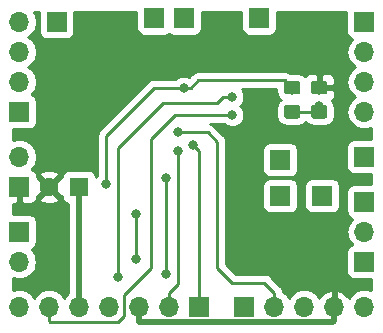
<source format=gbl>
G04 #@! TF.GenerationSoftware,KiCad,Pcbnew,5.0.2+dfsg1-1*
G04 #@! TF.CreationDate,2019-11-26T12:32:40+03:00*
G04 #@! TF.ProjectId,clmt,636c6d74-2e6b-4696-9361-645f70636258,rev?*
G04 #@! TF.SameCoordinates,Original*
G04 #@! TF.FileFunction,Copper,L2,Bot*
G04 #@! TF.FilePolarity,Positive*
%FSLAX46Y46*%
G04 Gerber Fmt 4.6, Leading zero omitted, Abs format (unit mm)*
G04 Created by KiCad (PCBNEW 5.0.2+dfsg1-1) date Вт 26 ноя 2019 12:32:40*
%MOMM*%
%LPD*%
G01*
G04 APERTURE LIST*
G04 #@! TA.AperFunction,ComponentPad*
%ADD10C,1.600000*%
G04 #@! TD*
G04 #@! TA.AperFunction,ComponentPad*
%ADD11R,1.600000X1.600000*%
G04 #@! TD*
G04 #@! TA.AperFunction,Conductor*
%ADD12C,0.100000*%
G04 #@! TD*
G04 #@! TA.AperFunction,SMDPad,CuDef*
%ADD13C,1.150000*%
G04 #@! TD*
G04 #@! TA.AperFunction,ComponentPad*
%ADD14R,1.700000X1.700000*%
G04 #@! TD*
G04 #@! TA.AperFunction,ComponentPad*
%ADD15O,1.700000X1.700000*%
G04 #@! TD*
G04 #@! TA.AperFunction,ViaPad*
%ADD16C,0.800000*%
G04 #@! TD*
G04 #@! TA.AperFunction,Conductor*
%ADD17C,0.250000*%
G04 #@! TD*
G04 #@! TA.AperFunction,Conductor*
%ADD18C,0.500000*%
G04 #@! TD*
G04 #@! TA.AperFunction,Conductor*
%ADD19C,0.254000*%
G04 #@! TD*
G04 APERTURE END LIST*
D10*
G04 #@! TO.P,C3,2*
G04 #@! TO.N,GND*
X111760000Y-50800000D03*
D11*
G04 #@! TO.P,C3,1*
G04 #@! TO.N,VCC*
X114260000Y-50800000D03*
G04 #@! TD*
D12*
G04 #@! TO.N,Net-(C8-Pad2)*
G04 #@! TO.C,C8*
G36*
X135094505Y-43876204D02*
X135118773Y-43879804D01*
X135142572Y-43885765D01*
X135165671Y-43894030D01*
X135187850Y-43904520D01*
X135208893Y-43917132D01*
X135228599Y-43931747D01*
X135246777Y-43948223D01*
X135263253Y-43966401D01*
X135277868Y-43986107D01*
X135290480Y-44007150D01*
X135300970Y-44029329D01*
X135309235Y-44052428D01*
X135315196Y-44076227D01*
X135318796Y-44100495D01*
X135320000Y-44124999D01*
X135320000Y-44775001D01*
X135318796Y-44799505D01*
X135315196Y-44823773D01*
X135309235Y-44847572D01*
X135300970Y-44870671D01*
X135290480Y-44892850D01*
X135277868Y-44913893D01*
X135263253Y-44933599D01*
X135246777Y-44951777D01*
X135228599Y-44968253D01*
X135208893Y-44982868D01*
X135187850Y-44995480D01*
X135165671Y-45005970D01*
X135142572Y-45014235D01*
X135118773Y-45020196D01*
X135094505Y-45023796D01*
X135070001Y-45025000D01*
X134169999Y-45025000D01*
X134145495Y-45023796D01*
X134121227Y-45020196D01*
X134097428Y-45014235D01*
X134074329Y-45005970D01*
X134052150Y-44995480D01*
X134031107Y-44982868D01*
X134011401Y-44968253D01*
X133993223Y-44951777D01*
X133976747Y-44933599D01*
X133962132Y-44913893D01*
X133949520Y-44892850D01*
X133939030Y-44870671D01*
X133930765Y-44847572D01*
X133924804Y-44823773D01*
X133921204Y-44799505D01*
X133920000Y-44775001D01*
X133920000Y-44124999D01*
X133921204Y-44100495D01*
X133924804Y-44076227D01*
X133930765Y-44052428D01*
X133939030Y-44029329D01*
X133949520Y-44007150D01*
X133962132Y-43986107D01*
X133976747Y-43966401D01*
X133993223Y-43948223D01*
X134011401Y-43931747D01*
X134031107Y-43917132D01*
X134052150Y-43904520D01*
X134074329Y-43894030D01*
X134097428Y-43885765D01*
X134121227Y-43879804D01*
X134145495Y-43876204D01*
X134169999Y-43875000D01*
X135070001Y-43875000D01*
X135094505Y-43876204D01*
X135094505Y-43876204D01*
G37*
D13*
G04 #@! TD*
G04 #@! TO.P,C8,2*
G04 #@! TO.N,Net-(C8-Pad2)*
X134620000Y-44450000D03*
D12*
G04 #@! TO.N,GND*
G04 #@! TO.C,C8*
G36*
X135094505Y-41826204D02*
X135118773Y-41829804D01*
X135142572Y-41835765D01*
X135165671Y-41844030D01*
X135187850Y-41854520D01*
X135208893Y-41867132D01*
X135228599Y-41881747D01*
X135246777Y-41898223D01*
X135263253Y-41916401D01*
X135277868Y-41936107D01*
X135290480Y-41957150D01*
X135300970Y-41979329D01*
X135309235Y-42002428D01*
X135315196Y-42026227D01*
X135318796Y-42050495D01*
X135320000Y-42074999D01*
X135320000Y-42725001D01*
X135318796Y-42749505D01*
X135315196Y-42773773D01*
X135309235Y-42797572D01*
X135300970Y-42820671D01*
X135290480Y-42842850D01*
X135277868Y-42863893D01*
X135263253Y-42883599D01*
X135246777Y-42901777D01*
X135228599Y-42918253D01*
X135208893Y-42932868D01*
X135187850Y-42945480D01*
X135165671Y-42955970D01*
X135142572Y-42964235D01*
X135118773Y-42970196D01*
X135094505Y-42973796D01*
X135070001Y-42975000D01*
X134169999Y-42975000D01*
X134145495Y-42973796D01*
X134121227Y-42970196D01*
X134097428Y-42964235D01*
X134074329Y-42955970D01*
X134052150Y-42945480D01*
X134031107Y-42932868D01*
X134011401Y-42918253D01*
X133993223Y-42901777D01*
X133976747Y-42883599D01*
X133962132Y-42863893D01*
X133949520Y-42842850D01*
X133939030Y-42820671D01*
X133930765Y-42797572D01*
X133924804Y-42773773D01*
X133921204Y-42749505D01*
X133920000Y-42725001D01*
X133920000Y-42074999D01*
X133921204Y-42050495D01*
X133924804Y-42026227D01*
X133930765Y-42002428D01*
X133939030Y-41979329D01*
X133949520Y-41957150D01*
X133962132Y-41936107D01*
X133976747Y-41916401D01*
X133993223Y-41898223D01*
X134011401Y-41881747D01*
X134031107Y-41867132D01*
X134052150Y-41854520D01*
X134074329Y-41844030D01*
X134097428Y-41835765D01*
X134121227Y-41829804D01*
X134145495Y-41826204D01*
X134169999Y-41825000D01*
X135070001Y-41825000D01*
X135094505Y-41826204D01*
X135094505Y-41826204D01*
G37*
D13*
G04 #@! TD*
G04 #@! TO.P,C8,1*
G04 #@! TO.N,GND*
X134620000Y-42400000D03*
D14*
G04 #@! TO.P,J1,1*
G04 #@! TO.N,Net-(J1-Pad1)*
X109220000Y-54610000D03*
D15*
G04 #@! TO.P,J1,2*
G04 #@! TO.N,Net-(J1-Pad2)*
X109220000Y-57150000D03*
G04 #@! TD*
D14*
G04 #@! TO.P,J2,1*
G04 #@! TO.N,Net-(J2-Pad1)*
X138430000Y-57150000D03*
D15*
G04 #@! TO.P,J2,2*
G04 #@! TO.N,Net-(J2-Pad2)*
X138430000Y-54610000D03*
G04 #@! TD*
G04 #@! TO.P,J3,2*
G04 #@! TO.N,Net-(D1-Pad2)*
X109220000Y-48260000D03*
D14*
G04 #@! TO.P,J3,1*
G04 #@! TO.N,GND*
X109220000Y-50800000D03*
G04 #@! TD*
G04 #@! TO.P,J5,1*
G04 #@! TO.N,Net-(J5-Pad1)*
X138430000Y-52070000D03*
G04 #@! TD*
G04 #@! TO.P,J6,1*
G04 #@! TO.N,Net-(J6-Pad1)*
X120650000Y-36500000D03*
G04 #@! TD*
G04 #@! TO.P,J7,1*
G04 #@! TO.N,Net-(J7-Pad1)*
X129540000Y-36500000D03*
G04 #@! TD*
G04 #@! TO.P,J8,1*
G04 #@! TO.N,Net-(J4-Pad1)*
X128270000Y-60960000D03*
D15*
G04 #@! TO.P,J8,2*
G04 #@! TO.N,Net-(J8-Pad2)*
X130810000Y-60960000D03*
G04 #@! TO.P,J8,3*
G04 #@! TO.N,Net-(J4-Pad4)*
X133350000Y-60960000D03*
G04 #@! TO.P,J8,4*
G04 #@! TO.N,GND*
X135890000Y-60960000D03*
G04 #@! TO.P,J8,5*
G04 #@! TO.N,VCC*
X138430000Y-60960000D03*
G04 #@! TD*
D14*
G04 #@! TO.P,J10,1*
G04 #@! TO.N,Net-(J10-Pad1)*
X138430000Y-36830000D03*
D15*
G04 #@! TO.P,J10,2*
G04 #@! TO.N,Net-(J10-Pad2)*
X138430000Y-39370000D03*
G04 #@! TO.P,J10,3*
G04 #@! TO.N,Net-(J10-Pad3)*
X138430000Y-41910000D03*
G04 #@! TO.P,J10,4*
G04 #@! TO.N,Net-(J10-Pad4)*
X138430000Y-44450000D03*
G04 #@! TD*
D14*
G04 #@! TO.P,J11,1*
G04 #@! TO.N,Net-(J11-Pad1)*
X123190000Y-36500000D03*
G04 #@! TD*
G04 #@! TO.P,J12,1*
G04 #@! TO.N,Net-(J12-Pad1)*
X138430000Y-48260000D03*
G04 #@! TD*
G04 #@! TO.P,J13,1*
G04 #@! TO.N,Net-(J13-Pad1)*
X112395000Y-36830000D03*
G04 #@! TD*
D15*
G04 #@! TO.P,J14,4*
G04 #@! TO.N,Net-(J14-Pad4)*
X109220000Y-36830000D03*
G04 #@! TO.P,J14,3*
G04 #@! TO.N,Net-(J14-Pad3)*
X109220000Y-39370000D03*
G04 #@! TO.P,J14,2*
G04 #@! TO.N,Net-(J14-Pad2)*
X109220000Y-41910000D03*
D14*
G04 #@! TO.P,J14,1*
G04 #@! TO.N,Net-(J14-Pad1)*
X109220000Y-44450000D03*
G04 #@! TD*
D12*
G04 #@! TO.N,Net-(C8-Pad2)*
G04 #@! TO.C,R7*
G36*
X132808505Y-43876204D02*
X132832773Y-43879804D01*
X132856572Y-43885765D01*
X132879671Y-43894030D01*
X132901850Y-43904520D01*
X132922893Y-43917132D01*
X132942599Y-43931747D01*
X132960777Y-43948223D01*
X132977253Y-43966401D01*
X132991868Y-43986107D01*
X133004480Y-44007150D01*
X133014970Y-44029329D01*
X133023235Y-44052428D01*
X133029196Y-44076227D01*
X133032796Y-44100495D01*
X133034000Y-44124999D01*
X133034000Y-44775001D01*
X133032796Y-44799505D01*
X133029196Y-44823773D01*
X133023235Y-44847572D01*
X133014970Y-44870671D01*
X133004480Y-44892850D01*
X132991868Y-44913893D01*
X132977253Y-44933599D01*
X132960777Y-44951777D01*
X132942599Y-44968253D01*
X132922893Y-44982868D01*
X132901850Y-44995480D01*
X132879671Y-45005970D01*
X132856572Y-45014235D01*
X132832773Y-45020196D01*
X132808505Y-45023796D01*
X132784001Y-45025000D01*
X131883999Y-45025000D01*
X131859495Y-45023796D01*
X131835227Y-45020196D01*
X131811428Y-45014235D01*
X131788329Y-45005970D01*
X131766150Y-44995480D01*
X131745107Y-44982868D01*
X131725401Y-44968253D01*
X131707223Y-44951777D01*
X131690747Y-44933599D01*
X131676132Y-44913893D01*
X131663520Y-44892850D01*
X131653030Y-44870671D01*
X131644765Y-44847572D01*
X131638804Y-44823773D01*
X131635204Y-44799505D01*
X131634000Y-44775001D01*
X131634000Y-44124999D01*
X131635204Y-44100495D01*
X131638804Y-44076227D01*
X131644765Y-44052428D01*
X131653030Y-44029329D01*
X131663520Y-44007150D01*
X131676132Y-43986107D01*
X131690747Y-43966401D01*
X131707223Y-43948223D01*
X131725401Y-43931747D01*
X131745107Y-43917132D01*
X131766150Y-43904520D01*
X131788329Y-43894030D01*
X131811428Y-43885765D01*
X131835227Y-43879804D01*
X131859495Y-43876204D01*
X131883999Y-43875000D01*
X132784001Y-43875000D01*
X132808505Y-43876204D01*
X132808505Y-43876204D01*
G37*
D13*
G04 #@! TD*
G04 #@! TO.P,R7,1*
G04 #@! TO.N,Net-(C8-Pad2)*
X132334000Y-44450000D03*
D12*
G04 #@! TO.N,VCC*
G04 #@! TO.C,R7*
G36*
X132808505Y-41826204D02*
X132832773Y-41829804D01*
X132856572Y-41835765D01*
X132879671Y-41844030D01*
X132901850Y-41854520D01*
X132922893Y-41867132D01*
X132942599Y-41881747D01*
X132960777Y-41898223D01*
X132977253Y-41916401D01*
X132991868Y-41936107D01*
X133004480Y-41957150D01*
X133014970Y-41979329D01*
X133023235Y-42002428D01*
X133029196Y-42026227D01*
X133032796Y-42050495D01*
X133034000Y-42074999D01*
X133034000Y-42725001D01*
X133032796Y-42749505D01*
X133029196Y-42773773D01*
X133023235Y-42797572D01*
X133014970Y-42820671D01*
X133004480Y-42842850D01*
X132991868Y-42863893D01*
X132977253Y-42883599D01*
X132960777Y-42901777D01*
X132942599Y-42918253D01*
X132922893Y-42932868D01*
X132901850Y-42945480D01*
X132879671Y-42955970D01*
X132856572Y-42964235D01*
X132832773Y-42970196D01*
X132808505Y-42973796D01*
X132784001Y-42975000D01*
X131883999Y-42975000D01*
X131859495Y-42973796D01*
X131835227Y-42970196D01*
X131811428Y-42964235D01*
X131788329Y-42955970D01*
X131766150Y-42945480D01*
X131745107Y-42932868D01*
X131725401Y-42918253D01*
X131707223Y-42901777D01*
X131690747Y-42883599D01*
X131676132Y-42863893D01*
X131663520Y-42842850D01*
X131653030Y-42820671D01*
X131644765Y-42797572D01*
X131638804Y-42773773D01*
X131635204Y-42749505D01*
X131634000Y-42725001D01*
X131634000Y-42074999D01*
X131635204Y-42050495D01*
X131638804Y-42026227D01*
X131644765Y-42002428D01*
X131653030Y-41979329D01*
X131663520Y-41957150D01*
X131676132Y-41936107D01*
X131690747Y-41916401D01*
X131707223Y-41898223D01*
X131725401Y-41881747D01*
X131745107Y-41867132D01*
X131766150Y-41854520D01*
X131788329Y-41844030D01*
X131811428Y-41835765D01*
X131835227Y-41829804D01*
X131859495Y-41826204D01*
X131883999Y-41825000D01*
X132784001Y-41825000D01*
X132808505Y-41826204D01*
X132808505Y-41826204D01*
G37*
D13*
G04 #@! TD*
G04 #@! TO.P,R7,2*
G04 #@! TO.N,VCC*
X132334000Y-42400000D03*
D14*
G04 #@! TO.P,J4,1*
G04 #@! TO.N,Net-(J4-Pad1)*
X124460000Y-60960000D03*
D15*
G04 #@! TO.P,J4,2*
G04 #@! TO.N,Net-(J4-Pad2)*
X121920000Y-60960000D03*
G04 #@! TO.P,J4,3*
G04 #@! TO.N,GND*
X119380000Y-60960000D03*
G04 #@! TO.P,J4,4*
G04 #@! TO.N,Net-(J4-Pad4)*
X116840000Y-60960000D03*
G04 #@! TO.P,J4,5*
G04 #@! TO.N,VCC*
X114300000Y-60960000D03*
G04 #@! TO.P,J4,6*
G04 #@! TO.N,Net-(C8-Pad2)*
X111760000Y-60960000D03*
G04 #@! TO.P,J4,7*
G04 #@! TO.N,/TXD*
X109220000Y-60960000D03*
G04 #@! TD*
D14*
G04 #@! TO.P,J9,1*
G04 #@! TO.N,Net-(J9-Pad1)*
X131318000Y-51562000D03*
G04 #@! TD*
G04 #@! TO.P,J15,1*
G04 #@! TO.N,Net-(J15-Pad1)*
X134874000Y-51562000D03*
G04 #@! TD*
G04 #@! TO.P,J16,1*
G04 #@! TO.N,Net-(J16-Pad1)*
X131318000Y-48514000D03*
G04 #@! TD*
D16*
G04 #@! TO.N,GND*
X134620000Y-40386000D03*
X117602000Y-36322000D03*
X127254000Y-46228000D03*
X114046000Y-43688000D03*
G04 #@! TO.N,VCC*
X116586000Y-50546000D03*
X123190000Y-42418000D03*
G04 #@! TO.N,Net-(C8-Pad2)*
X134620000Y-43942000D03*
X127254000Y-44704000D03*
G04 #@! TO.N,Net-(J4-Pad4)*
X121666000Y-50038000D03*
X121666000Y-58166000D03*
G04 #@! TO.N,Net-(J4-Pad2)*
X122682000Y-47752000D03*
G04 #@! TO.N,Net-(J4-Pad1)*
X123952000Y-47244000D03*
G04 #@! TO.N,/TXD*
X127254000Y-43180000D03*
X117602000Y-58420000D03*
G04 #@! TO.N,Net-(J8-Pad2)*
X122654000Y-46200000D03*
G04 #@! TO.N,Net-(C1-Pad2)*
X119126000Y-53086000D03*
X119126000Y-56896000D03*
G04 #@! TD*
D17*
G04 #@! TO.N,GND*
X134620000Y-42400000D02*
X134620000Y-40386000D01*
D18*
X135890000Y-62162081D02*
X135822081Y-62230000D01*
X135890000Y-60960000D02*
X135890000Y-62162081D01*
X133974001Y-62260001D02*
X119410001Y-62260001D01*
X135822081Y-62230000D02*
X134004002Y-62230000D01*
X134004002Y-62230000D02*
X133974001Y-62260001D01*
X119380000Y-62230000D02*
X119380000Y-60960000D01*
X119410001Y-62260001D02*
X119380000Y-62230000D01*
D17*
G04 #@! TO.N,VCC*
X123190000Y-42418000D02*
X120650000Y-42418000D01*
X124397057Y-41776628D02*
X123755685Y-42418000D01*
X123755685Y-42418000D02*
X123190000Y-42418000D01*
X131710628Y-41776628D02*
X124397057Y-41776628D01*
X132334000Y-42400000D02*
X131710628Y-41776628D01*
D18*
X114260000Y-60920000D02*
X114300000Y-60960000D01*
X114260000Y-50800000D02*
X114260000Y-60920000D01*
D17*
X116586000Y-46482000D02*
X120650000Y-42418000D01*
X116586000Y-50546000D02*
X116586000Y-46482000D01*
G04 #@! TO.N,Net-(C8-Pad2)*
X134620000Y-44450000D02*
X132334000Y-44450000D01*
X117602000Y-62230000D02*
X111827919Y-62230000D01*
X118110000Y-61722000D02*
X117602000Y-62230000D01*
X111760000Y-62162081D02*
X111760000Y-60960000D01*
X118110000Y-59944000D02*
X118110000Y-61722000D01*
X122428000Y-44704000D02*
X120396000Y-46736000D01*
X111827919Y-62230000D02*
X111760000Y-62162081D01*
X118618000Y-59436000D02*
X118110000Y-59944000D01*
X127254000Y-44704000D02*
X122428000Y-44704000D01*
X118618000Y-59436000D02*
X120396000Y-57658000D01*
X120396000Y-46736000D02*
X120396000Y-57658000D01*
G04 #@! TO.N,Net-(D1-Pad2)*
X109040000Y-48500000D02*
X109000000Y-48460000D01*
G04 #@! TO.N,Net-(J4-Pad4)*
X121666000Y-50038000D02*
X121666000Y-57912000D01*
X121666000Y-57912000D02*
X121666000Y-58166000D01*
G04 #@! TO.N,Net-(J4-Pad2)*
X121920000Y-59757919D02*
X122682000Y-58995919D01*
X121920000Y-60960000D02*
X121920000Y-59757919D01*
X122682000Y-47752000D02*
X122682000Y-48260000D01*
X122682000Y-58995919D02*
X122682000Y-48260000D01*
X122682000Y-48260000D02*
X122682000Y-48006000D01*
G04 #@! TO.N,Net-(J4-Pad1)*
X124460000Y-60960000D02*
X124460000Y-47752000D01*
X124460000Y-47752000D02*
X123952000Y-47244000D01*
G04 #@! TO.N,/TXD*
X121412000Y-43688000D02*
X125984000Y-43688000D01*
X126492000Y-43180000D02*
X127254000Y-43180000D01*
X125984000Y-43688000D02*
X126492000Y-43180000D01*
X117602000Y-47498000D02*
X117602000Y-58420000D01*
X121412000Y-43688000D02*
X117602000Y-47498000D01*
G04 #@! TO.N,Net-(J8-Pad2)*
X130810000Y-59757919D02*
X130810000Y-60960000D01*
X125194000Y-46200000D02*
X125984000Y-46990000D01*
X122654000Y-46200000D02*
X125194000Y-46200000D01*
X125984000Y-46990000D02*
X125984000Y-57658000D01*
X125984000Y-57658000D02*
X127254000Y-58928000D01*
X129980081Y-58928000D02*
X130810000Y-59757919D01*
X127254000Y-58928000D02*
X129980081Y-58928000D01*
G04 #@! TO.N,Net-(C1-Pad2)*
X119126000Y-53086000D02*
X119126000Y-56896000D01*
G04 #@! TD*
D19*
G04 #@! TO.N,GND*
G36*
X110897560Y-37680000D02*
X110946843Y-37927765D01*
X111087191Y-38137809D01*
X111297235Y-38278157D01*
X111545000Y-38327440D01*
X113245000Y-38327440D01*
X113492765Y-38278157D01*
X113702809Y-38137809D01*
X113843157Y-37927765D01*
X113892440Y-37680000D01*
X113892440Y-36016000D01*
X119152560Y-36016000D01*
X119152560Y-37350000D01*
X119201843Y-37597765D01*
X119342191Y-37807809D01*
X119552235Y-37948157D01*
X119800000Y-37997440D01*
X121500000Y-37997440D01*
X121747765Y-37948157D01*
X121920000Y-37833072D01*
X122092235Y-37948157D01*
X122340000Y-37997440D01*
X124040000Y-37997440D01*
X124287765Y-37948157D01*
X124497809Y-37807809D01*
X124638157Y-37597765D01*
X124687440Y-37350000D01*
X124687440Y-36016000D01*
X128042560Y-36016000D01*
X128042560Y-37350000D01*
X128091843Y-37597765D01*
X128232191Y-37807809D01*
X128442235Y-37948157D01*
X128690000Y-37997440D01*
X130390000Y-37997440D01*
X130637765Y-37948157D01*
X130847809Y-37807809D01*
X130988157Y-37597765D01*
X131037440Y-37350000D01*
X131037440Y-36016000D01*
X136932560Y-36016000D01*
X136932560Y-37680000D01*
X136981843Y-37927765D01*
X137122191Y-38137809D01*
X137332235Y-38278157D01*
X137377619Y-38287184D01*
X137359375Y-38299375D01*
X137031161Y-38790582D01*
X136915908Y-39370000D01*
X137031161Y-39949418D01*
X137359375Y-40440625D01*
X137657761Y-40640000D01*
X137359375Y-40839375D01*
X137031161Y-41330582D01*
X136915908Y-41910000D01*
X137031161Y-42489418D01*
X137359375Y-42980625D01*
X137657761Y-43180000D01*
X137359375Y-43379375D01*
X137031161Y-43870582D01*
X136915908Y-44450000D01*
X137031161Y-45029418D01*
X137359375Y-45520625D01*
X137850582Y-45848839D01*
X138283744Y-45935000D01*
X138576256Y-45935000D01*
X138990001Y-45852701D01*
X138990001Y-46762560D01*
X137580000Y-46762560D01*
X137332235Y-46811843D01*
X137122191Y-46952191D01*
X136981843Y-47162235D01*
X136932560Y-47410000D01*
X136932560Y-49110000D01*
X136981843Y-49357765D01*
X137122191Y-49567809D01*
X137332235Y-49708157D01*
X137580000Y-49757440D01*
X138990000Y-49757440D01*
X138990000Y-50572560D01*
X137580000Y-50572560D01*
X137332235Y-50621843D01*
X137122191Y-50762191D01*
X136981843Y-50972235D01*
X136932560Y-51220000D01*
X136932560Y-52920000D01*
X136981843Y-53167765D01*
X137122191Y-53377809D01*
X137332235Y-53518157D01*
X137377619Y-53527184D01*
X137359375Y-53539375D01*
X137031161Y-54030582D01*
X136915908Y-54610000D01*
X137031161Y-55189418D01*
X137359375Y-55680625D01*
X137377619Y-55692816D01*
X137332235Y-55701843D01*
X137122191Y-55842191D01*
X136981843Y-56052235D01*
X136932560Y-56300000D01*
X136932560Y-58000000D01*
X136981843Y-58247765D01*
X137122191Y-58457809D01*
X137332235Y-58598157D01*
X137580000Y-58647440D01*
X138990000Y-58647440D01*
X138990000Y-59557299D01*
X138576256Y-59475000D01*
X138283744Y-59475000D01*
X137850582Y-59561161D01*
X137359375Y-59889375D01*
X137146157Y-60208478D01*
X137085183Y-60078642D01*
X136656924Y-59688355D01*
X136246890Y-59518524D01*
X136017000Y-59639845D01*
X136017000Y-60833000D01*
X136037000Y-60833000D01*
X136037000Y-61087000D01*
X136017000Y-61087000D01*
X136017000Y-61107000D01*
X135763000Y-61107000D01*
X135763000Y-61087000D01*
X135743000Y-61087000D01*
X135743000Y-60833000D01*
X135763000Y-60833000D01*
X135763000Y-59639845D01*
X135533110Y-59518524D01*
X135123076Y-59688355D01*
X134694817Y-60078642D01*
X134633843Y-60208478D01*
X134420625Y-59889375D01*
X133929418Y-59561161D01*
X133496256Y-59475000D01*
X133203744Y-59475000D01*
X132770582Y-59561161D01*
X132279375Y-59889375D01*
X132080000Y-60187761D01*
X131880625Y-59889375D01*
X131569714Y-59681631D01*
X131528613Y-59475000D01*
X131525904Y-59461381D01*
X131400329Y-59273446D01*
X131357929Y-59209990D01*
X131294473Y-59167590D01*
X130570412Y-58443530D01*
X130528010Y-58380071D01*
X130276618Y-58212096D01*
X130054933Y-58168000D01*
X130054928Y-58168000D01*
X129980081Y-58153112D01*
X129905234Y-58168000D01*
X127568802Y-58168000D01*
X126744000Y-57343199D01*
X126744000Y-50712000D01*
X129820560Y-50712000D01*
X129820560Y-52412000D01*
X129869843Y-52659765D01*
X130010191Y-52869809D01*
X130220235Y-53010157D01*
X130468000Y-53059440D01*
X132168000Y-53059440D01*
X132415765Y-53010157D01*
X132625809Y-52869809D01*
X132766157Y-52659765D01*
X132815440Y-52412000D01*
X132815440Y-50712000D01*
X133376560Y-50712000D01*
X133376560Y-52412000D01*
X133425843Y-52659765D01*
X133566191Y-52869809D01*
X133776235Y-53010157D01*
X134024000Y-53059440D01*
X135724000Y-53059440D01*
X135971765Y-53010157D01*
X136181809Y-52869809D01*
X136322157Y-52659765D01*
X136371440Y-52412000D01*
X136371440Y-50712000D01*
X136322157Y-50464235D01*
X136181809Y-50254191D01*
X135971765Y-50113843D01*
X135724000Y-50064560D01*
X134024000Y-50064560D01*
X133776235Y-50113843D01*
X133566191Y-50254191D01*
X133425843Y-50464235D01*
X133376560Y-50712000D01*
X132815440Y-50712000D01*
X132766157Y-50464235D01*
X132625809Y-50254191D01*
X132415765Y-50113843D01*
X132168000Y-50064560D01*
X130468000Y-50064560D01*
X130220235Y-50113843D01*
X130010191Y-50254191D01*
X129869843Y-50464235D01*
X129820560Y-50712000D01*
X126744000Y-50712000D01*
X126744000Y-47664000D01*
X129820560Y-47664000D01*
X129820560Y-49364000D01*
X129869843Y-49611765D01*
X130010191Y-49821809D01*
X130220235Y-49962157D01*
X130468000Y-50011440D01*
X132168000Y-50011440D01*
X132415765Y-49962157D01*
X132625809Y-49821809D01*
X132766157Y-49611765D01*
X132815440Y-49364000D01*
X132815440Y-47664000D01*
X132766157Y-47416235D01*
X132625809Y-47206191D01*
X132415765Y-47065843D01*
X132168000Y-47016560D01*
X130468000Y-47016560D01*
X130220235Y-47065843D01*
X130010191Y-47206191D01*
X129869843Y-47416235D01*
X129820560Y-47664000D01*
X126744000Y-47664000D01*
X126744000Y-47064848D01*
X126758888Y-46990000D01*
X126744000Y-46915152D01*
X126744000Y-46915148D01*
X126699904Y-46693463D01*
X126699904Y-46693462D01*
X126574329Y-46505527D01*
X126531929Y-46442071D01*
X126468473Y-46399671D01*
X125784331Y-45715530D01*
X125741929Y-45652071D01*
X125490537Y-45484096D01*
X125389508Y-45464000D01*
X126550289Y-45464000D01*
X126667720Y-45581431D01*
X127048126Y-45739000D01*
X127459874Y-45739000D01*
X127840280Y-45581431D01*
X128131431Y-45290280D01*
X128289000Y-44909874D01*
X128289000Y-44498126D01*
X128131431Y-44117720D01*
X127955711Y-43942000D01*
X128131431Y-43766280D01*
X128289000Y-43385874D01*
X128289000Y-42974126D01*
X128131431Y-42593720D01*
X128074339Y-42536628D01*
X130986560Y-42536628D01*
X130986560Y-42725001D01*
X131054873Y-43068436D01*
X131249414Y-43359586D01*
X131347313Y-43425000D01*
X131249414Y-43490414D01*
X131054873Y-43781564D01*
X130986560Y-44124999D01*
X130986560Y-44775001D01*
X131054873Y-45118436D01*
X131249414Y-45409586D01*
X131540564Y-45604127D01*
X131883999Y-45672440D01*
X132784001Y-45672440D01*
X133127436Y-45604127D01*
X133418586Y-45409586D01*
X133477000Y-45322164D01*
X133535414Y-45409586D01*
X133826564Y-45604127D01*
X134169999Y-45672440D01*
X135070001Y-45672440D01*
X135413436Y-45604127D01*
X135704586Y-45409586D01*
X135899127Y-45118436D01*
X135967440Y-44775001D01*
X135967440Y-44124999D01*
X135899127Y-43781564D01*
X135704586Y-43490414D01*
X135703403Y-43489623D01*
X135858327Y-43334698D01*
X135955000Y-43101309D01*
X135955000Y-42685750D01*
X135796250Y-42527000D01*
X134747000Y-42527000D01*
X134747000Y-42547000D01*
X134493000Y-42547000D01*
X134493000Y-42527000D01*
X134473000Y-42527000D01*
X134473000Y-42273000D01*
X134493000Y-42273000D01*
X134493000Y-41348750D01*
X134747000Y-41348750D01*
X134747000Y-42273000D01*
X135796250Y-42273000D01*
X135955000Y-42114250D01*
X135955000Y-41698691D01*
X135858327Y-41465302D01*
X135679699Y-41286673D01*
X135446310Y-41190000D01*
X134905750Y-41190000D01*
X134747000Y-41348750D01*
X134493000Y-41348750D01*
X134334250Y-41190000D01*
X133793690Y-41190000D01*
X133560301Y-41286673D01*
X133411377Y-41435597D01*
X133127436Y-41245873D01*
X132784001Y-41177560D01*
X132182022Y-41177560D01*
X132007165Y-41060724D01*
X131785480Y-41016628D01*
X131785475Y-41016628D01*
X131710628Y-41001740D01*
X131635781Y-41016628D01*
X124471904Y-41016628D01*
X124397057Y-41001740D01*
X124322210Y-41016628D01*
X124322205Y-41016628D01*
X124100520Y-41060724D01*
X123849128Y-41228699D01*
X123806728Y-41292155D01*
X123622155Y-41476728D01*
X123395874Y-41383000D01*
X122984126Y-41383000D01*
X122603720Y-41540569D01*
X122486289Y-41658000D01*
X120724847Y-41658000D01*
X120650000Y-41643112D01*
X120575153Y-41658000D01*
X120575148Y-41658000D01*
X120353463Y-41702096D01*
X120102071Y-41870071D01*
X120059671Y-41933527D01*
X116101528Y-45891671D01*
X116038072Y-45934071D01*
X115995672Y-45997527D01*
X115995671Y-45997528D01*
X115870097Y-46185463D01*
X115811112Y-46482000D01*
X115826001Y-46556852D01*
X115826000Y-49842289D01*
X115708569Y-49959720D01*
X115702393Y-49974629D01*
X115658157Y-49752235D01*
X115517809Y-49542191D01*
X115307765Y-49401843D01*
X115060000Y-49352560D01*
X113460000Y-49352560D01*
X113212235Y-49401843D01*
X113002191Y-49542191D01*
X112861843Y-49752235D01*
X112815307Y-49986187D01*
X112767745Y-49971861D01*
X111939605Y-50800000D01*
X112767745Y-51628139D01*
X112815307Y-51613813D01*
X112861843Y-51847765D01*
X113002191Y-52057809D01*
X113212235Y-52198157D01*
X113375000Y-52230533D01*
X113375001Y-59792071D01*
X113229375Y-59889375D01*
X113030000Y-60187761D01*
X112830625Y-59889375D01*
X112339418Y-59561161D01*
X111906256Y-59475000D01*
X111613744Y-59475000D01*
X111180582Y-59561161D01*
X110689375Y-59889375D01*
X110490000Y-60187761D01*
X110290625Y-59889375D01*
X109799418Y-59561161D01*
X109366256Y-59475000D01*
X109073744Y-59475000D01*
X108660000Y-59557299D01*
X108660000Y-58552701D01*
X109073744Y-58635000D01*
X109366256Y-58635000D01*
X109799418Y-58548839D01*
X110290625Y-58220625D01*
X110618839Y-57729418D01*
X110734092Y-57150000D01*
X110618839Y-56570582D01*
X110290625Y-56079375D01*
X110272381Y-56067184D01*
X110317765Y-56058157D01*
X110527809Y-55917809D01*
X110668157Y-55707765D01*
X110717440Y-55460000D01*
X110717440Y-53760000D01*
X110668157Y-53512235D01*
X110527809Y-53302191D01*
X110317765Y-53161843D01*
X110070000Y-53112560D01*
X108660000Y-53112560D01*
X108660000Y-52285000D01*
X108934250Y-52285000D01*
X109093000Y-52126250D01*
X109093000Y-50927000D01*
X109073000Y-50927000D01*
X109073000Y-50673000D01*
X109093000Y-50673000D01*
X109093000Y-50653000D01*
X109347000Y-50653000D01*
X109347000Y-50673000D01*
X109367000Y-50673000D01*
X109367000Y-50927000D01*
X109347000Y-50927000D01*
X109347000Y-52126250D01*
X109505750Y-52285000D01*
X110196309Y-52285000D01*
X110429698Y-52188327D01*
X110608327Y-52009699D01*
X110691979Y-51807745D01*
X110931861Y-51807745D01*
X111005995Y-52053864D01*
X111543223Y-52246965D01*
X112113454Y-52219778D01*
X112514005Y-52053864D01*
X112588139Y-51807745D01*
X111760000Y-50979605D01*
X110931861Y-51807745D01*
X110691979Y-51807745D01*
X110705000Y-51776310D01*
X110705000Y-51613905D01*
X110752255Y-51628139D01*
X111580395Y-50800000D01*
X110752255Y-49971861D01*
X110705000Y-49986095D01*
X110705000Y-49823690D01*
X110691980Y-49792255D01*
X110931861Y-49792255D01*
X111760000Y-50620395D01*
X112588139Y-49792255D01*
X112514005Y-49546136D01*
X111976777Y-49353035D01*
X111406546Y-49380222D01*
X111005995Y-49546136D01*
X110931861Y-49792255D01*
X110691980Y-49792255D01*
X110608327Y-49590301D01*
X110429698Y-49411673D01*
X110268967Y-49345096D01*
X110290625Y-49330625D01*
X110618839Y-48839418D01*
X110734092Y-48260000D01*
X110618839Y-47680582D01*
X110290625Y-47189375D01*
X109799418Y-46861161D01*
X109366256Y-46775000D01*
X109073744Y-46775000D01*
X108660000Y-46857299D01*
X108660000Y-45947440D01*
X110070000Y-45947440D01*
X110317765Y-45898157D01*
X110527809Y-45757809D01*
X110668157Y-45547765D01*
X110717440Y-45300000D01*
X110717440Y-43600000D01*
X110668157Y-43352235D01*
X110527809Y-43142191D01*
X110317765Y-43001843D01*
X110272381Y-42992816D01*
X110290625Y-42980625D01*
X110618839Y-42489418D01*
X110734092Y-41910000D01*
X110618839Y-41330582D01*
X110290625Y-40839375D01*
X109992239Y-40640000D01*
X110290625Y-40440625D01*
X110618839Y-39949418D01*
X110734092Y-39370000D01*
X110618839Y-38790582D01*
X110290625Y-38299375D01*
X109992239Y-38100000D01*
X110290625Y-37900625D01*
X110618839Y-37409418D01*
X110734092Y-36830000D01*
X110618839Y-36250582D01*
X110462096Y-36016000D01*
X110897560Y-36016000D01*
X110897560Y-37680000D01*
X110897560Y-37680000D01*
G37*
X110897560Y-37680000D02*
X110946843Y-37927765D01*
X111087191Y-38137809D01*
X111297235Y-38278157D01*
X111545000Y-38327440D01*
X113245000Y-38327440D01*
X113492765Y-38278157D01*
X113702809Y-38137809D01*
X113843157Y-37927765D01*
X113892440Y-37680000D01*
X113892440Y-36016000D01*
X119152560Y-36016000D01*
X119152560Y-37350000D01*
X119201843Y-37597765D01*
X119342191Y-37807809D01*
X119552235Y-37948157D01*
X119800000Y-37997440D01*
X121500000Y-37997440D01*
X121747765Y-37948157D01*
X121920000Y-37833072D01*
X122092235Y-37948157D01*
X122340000Y-37997440D01*
X124040000Y-37997440D01*
X124287765Y-37948157D01*
X124497809Y-37807809D01*
X124638157Y-37597765D01*
X124687440Y-37350000D01*
X124687440Y-36016000D01*
X128042560Y-36016000D01*
X128042560Y-37350000D01*
X128091843Y-37597765D01*
X128232191Y-37807809D01*
X128442235Y-37948157D01*
X128690000Y-37997440D01*
X130390000Y-37997440D01*
X130637765Y-37948157D01*
X130847809Y-37807809D01*
X130988157Y-37597765D01*
X131037440Y-37350000D01*
X131037440Y-36016000D01*
X136932560Y-36016000D01*
X136932560Y-37680000D01*
X136981843Y-37927765D01*
X137122191Y-38137809D01*
X137332235Y-38278157D01*
X137377619Y-38287184D01*
X137359375Y-38299375D01*
X137031161Y-38790582D01*
X136915908Y-39370000D01*
X137031161Y-39949418D01*
X137359375Y-40440625D01*
X137657761Y-40640000D01*
X137359375Y-40839375D01*
X137031161Y-41330582D01*
X136915908Y-41910000D01*
X137031161Y-42489418D01*
X137359375Y-42980625D01*
X137657761Y-43180000D01*
X137359375Y-43379375D01*
X137031161Y-43870582D01*
X136915908Y-44450000D01*
X137031161Y-45029418D01*
X137359375Y-45520625D01*
X137850582Y-45848839D01*
X138283744Y-45935000D01*
X138576256Y-45935000D01*
X138990001Y-45852701D01*
X138990001Y-46762560D01*
X137580000Y-46762560D01*
X137332235Y-46811843D01*
X137122191Y-46952191D01*
X136981843Y-47162235D01*
X136932560Y-47410000D01*
X136932560Y-49110000D01*
X136981843Y-49357765D01*
X137122191Y-49567809D01*
X137332235Y-49708157D01*
X137580000Y-49757440D01*
X138990000Y-49757440D01*
X138990000Y-50572560D01*
X137580000Y-50572560D01*
X137332235Y-50621843D01*
X137122191Y-50762191D01*
X136981843Y-50972235D01*
X136932560Y-51220000D01*
X136932560Y-52920000D01*
X136981843Y-53167765D01*
X137122191Y-53377809D01*
X137332235Y-53518157D01*
X137377619Y-53527184D01*
X137359375Y-53539375D01*
X137031161Y-54030582D01*
X136915908Y-54610000D01*
X137031161Y-55189418D01*
X137359375Y-55680625D01*
X137377619Y-55692816D01*
X137332235Y-55701843D01*
X137122191Y-55842191D01*
X136981843Y-56052235D01*
X136932560Y-56300000D01*
X136932560Y-58000000D01*
X136981843Y-58247765D01*
X137122191Y-58457809D01*
X137332235Y-58598157D01*
X137580000Y-58647440D01*
X138990000Y-58647440D01*
X138990000Y-59557299D01*
X138576256Y-59475000D01*
X138283744Y-59475000D01*
X137850582Y-59561161D01*
X137359375Y-59889375D01*
X137146157Y-60208478D01*
X137085183Y-60078642D01*
X136656924Y-59688355D01*
X136246890Y-59518524D01*
X136017000Y-59639845D01*
X136017000Y-60833000D01*
X136037000Y-60833000D01*
X136037000Y-61087000D01*
X136017000Y-61087000D01*
X136017000Y-61107000D01*
X135763000Y-61107000D01*
X135763000Y-61087000D01*
X135743000Y-61087000D01*
X135743000Y-60833000D01*
X135763000Y-60833000D01*
X135763000Y-59639845D01*
X135533110Y-59518524D01*
X135123076Y-59688355D01*
X134694817Y-60078642D01*
X134633843Y-60208478D01*
X134420625Y-59889375D01*
X133929418Y-59561161D01*
X133496256Y-59475000D01*
X133203744Y-59475000D01*
X132770582Y-59561161D01*
X132279375Y-59889375D01*
X132080000Y-60187761D01*
X131880625Y-59889375D01*
X131569714Y-59681631D01*
X131528613Y-59475000D01*
X131525904Y-59461381D01*
X131400329Y-59273446D01*
X131357929Y-59209990D01*
X131294473Y-59167590D01*
X130570412Y-58443530D01*
X130528010Y-58380071D01*
X130276618Y-58212096D01*
X130054933Y-58168000D01*
X130054928Y-58168000D01*
X129980081Y-58153112D01*
X129905234Y-58168000D01*
X127568802Y-58168000D01*
X126744000Y-57343199D01*
X126744000Y-50712000D01*
X129820560Y-50712000D01*
X129820560Y-52412000D01*
X129869843Y-52659765D01*
X130010191Y-52869809D01*
X130220235Y-53010157D01*
X130468000Y-53059440D01*
X132168000Y-53059440D01*
X132415765Y-53010157D01*
X132625809Y-52869809D01*
X132766157Y-52659765D01*
X132815440Y-52412000D01*
X132815440Y-50712000D01*
X133376560Y-50712000D01*
X133376560Y-52412000D01*
X133425843Y-52659765D01*
X133566191Y-52869809D01*
X133776235Y-53010157D01*
X134024000Y-53059440D01*
X135724000Y-53059440D01*
X135971765Y-53010157D01*
X136181809Y-52869809D01*
X136322157Y-52659765D01*
X136371440Y-52412000D01*
X136371440Y-50712000D01*
X136322157Y-50464235D01*
X136181809Y-50254191D01*
X135971765Y-50113843D01*
X135724000Y-50064560D01*
X134024000Y-50064560D01*
X133776235Y-50113843D01*
X133566191Y-50254191D01*
X133425843Y-50464235D01*
X133376560Y-50712000D01*
X132815440Y-50712000D01*
X132766157Y-50464235D01*
X132625809Y-50254191D01*
X132415765Y-50113843D01*
X132168000Y-50064560D01*
X130468000Y-50064560D01*
X130220235Y-50113843D01*
X130010191Y-50254191D01*
X129869843Y-50464235D01*
X129820560Y-50712000D01*
X126744000Y-50712000D01*
X126744000Y-47664000D01*
X129820560Y-47664000D01*
X129820560Y-49364000D01*
X129869843Y-49611765D01*
X130010191Y-49821809D01*
X130220235Y-49962157D01*
X130468000Y-50011440D01*
X132168000Y-50011440D01*
X132415765Y-49962157D01*
X132625809Y-49821809D01*
X132766157Y-49611765D01*
X132815440Y-49364000D01*
X132815440Y-47664000D01*
X132766157Y-47416235D01*
X132625809Y-47206191D01*
X132415765Y-47065843D01*
X132168000Y-47016560D01*
X130468000Y-47016560D01*
X130220235Y-47065843D01*
X130010191Y-47206191D01*
X129869843Y-47416235D01*
X129820560Y-47664000D01*
X126744000Y-47664000D01*
X126744000Y-47064848D01*
X126758888Y-46990000D01*
X126744000Y-46915152D01*
X126744000Y-46915148D01*
X126699904Y-46693463D01*
X126699904Y-46693462D01*
X126574329Y-46505527D01*
X126531929Y-46442071D01*
X126468473Y-46399671D01*
X125784331Y-45715530D01*
X125741929Y-45652071D01*
X125490537Y-45484096D01*
X125389508Y-45464000D01*
X126550289Y-45464000D01*
X126667720Y-45581431D01*
X127048126Y-45739000D01*
X127459874Y-45739000D01*
X127840280Y-45581431D01*
X128131431Y-45290280D01*
X128289000Y-44909874D01*
X128289000Y-44498126D01*
X128131431Y-44117720D01*
X127955711Y-43942000D01*
X128131431Y-43766280D01*
X128289000Y-43385874D01*
X128289000Y-42974126D01*
X128131431Y-42593720D01*
X128074339Y-42536628D01*
X130986560Y-42536628D01*
X130986560Y-42725001D01*
X131054873Y-43068436D01*
X131249414Y-43359586D01*
X131347313Y-43425000D01*
X131249414Y-43490414D01*
X131054873Y-43781564D01*
X130986560Y-44124999D01*
X130986560Y-44775001D01*
X131054873Y-45118436D01*
X131249414Y-45409586D01*
X131540564Y-45604127D01*
X131883999Y-45672440D01*
X132784001Y-45672440D01*
X133127436Y-45604127D01*
X133418586Y-45409586D01*
X133477000Y-45322164D01*
X133535414Y-45409586D01*
X133826564Y-45604127D01*
X134169999Y-45672440D01*
X135070001Y-45672440D01*
X135413436Y-45604127D01*
X135704586Y-45409586D01*
X135899127Y-45118436D01*
X135967440Y-44775001D01*
X135967440Y-44124999D01*
X135899127Y-43781564D01*
X135704586Y-43490414D01*
X135703403Y-43489623D01*
X135858327Y-43334698D01*
X135955000Y-43101309D01*
X135955000Y-42685750D01*
X135796250Y-42527000D01*
X134747000Y-42527000D01*
X134747000Y-42547000D01*
X134493000Y-42547000D01*
X134493000Y-42527000D01*
X134473000Y-42527000D01*
X134473000Y-42273000D01*
X134493000Y-42273000D01*
X134493000Y-41348750D01*
X134747000Y-41348750D01*
X134747000Y-42273000D01*
X135796250Y-42273000D01*
X135955000Y-42114250D01*
X135955000Y-41698691D01*
X135858327Y-41465302D01*
X135679699Y-41286673D01*
X135446310Y-41190000D01*
X134905750Y-41190000D01*
X134747000Y-41348750D01*
X134493000Y-41348750D01*
X134334250Y-41190000D01*
X133793690Y-41190000D01*
X133560301Y-41286673D01*
X133411377Y-41435597D01*
X133127436Y-41245873D01*
X132784001Y-41177560D01*
X132182022Y-41177560D01*
X132007165Y-41060724D01*
X131785480Y-41016628D01*
X131785475Y-41016628D01*
X131710628Y-41001740D01*
X131635781Y-41016628D01*
X124471904Y-41016628D01*
X124397057Y-41001740D01*
X124322210Y-41016628D01*
X124322205Y-41016628D01*
X124100520Y-41060724D01*
X123849128Y-41228699D01*
X123806728Y-41292155D01*
X123622155Y-41476728D01*
X123395874Y-41383000D01*
X122984126Y-41383000D01*
X122603720Y-41540569D01*
X122486289Y-41658000D01*
X120724847Y-41658000D01*
X120650000Y-41643112D01*
X120575153Y-41658000D01*
X120575148Y-41658000D01*
X120353463Y-41702096D01*
X120102071Y-41870071D01*
X120059671Y-41933527D01*
X116101528Y-45891671D01*
X116038072Y-45934071D01*
X115995672Y-45997527D01*
X115995671Y-45997528D01*
X115870097Y-46185463D01*
X115811112Y-46482000D01*
X115826001Y-46556852D01*
X115826000Y-49842289D01*
X115708569Y-49959720D01*
X115702393Y-49974629D01*
X115658157Y-49752235D01*
X115517809Y-49542191D01*
X115307765Y-49401843D01*
X115060000Y-49352560D01*
X113460000Y-49352560D01*
X113212235Y-49401843D01*
X113002191Y-49542191D01*
X112861843Y-49752235D01*
X112815307Y-49986187D01*
X112767745Y-49971861D01*
X111939605Y-50800000D01*
X112767745Y-51628139D01*
X112815307Y-51613813D01*
X112861843Y-51847765D01*
X113002191Y-52057809D01*
X113212235Y-52198157D01*
X113375000Y-52230533D01*
X113375001Y-59792071D01*
X113229375Y-59889375D01*
X113030000Y-60187761D01*
X112830625Y-59889375D01*
X112339418Y-59561161D01*
X111906256Y-59475000D01*
X111613744Y-59475000D01*
X111180582Y-59561161D01*
X110689375Y-59889375D01*
X110490000Y-60187761D01*
X110290625Y-59889375D01*
X109799418Y-59561161D01*
X109366256Y-59475000D01*
X109073744Y-59475000D01*
X108660000Y-59557299D01*
X108660000Y-58552701D01*
X109073744Y-58635000D01*
X109366256Y-58635000D01*
X109799418Y-58548839D01*
X110290625Y-58220625D01*
X110618839Y-57729418D01*
X110734092Y-57150000D01*
X110618839Y-56570582D01*
X110290625Y-56079375D01*
X110272381Y-56067184D01*
X110317765Y-56058157D01*
X110527809Y-55917809D01*
X110668157Y-55707765D01*
X110717440Y-55460000D01*
X110717440Y-53760000D01*
X110668157Y-53512235D01*
X110527809Y-53302191D01*
X110317765Y-53161843D01*
X110070000Y-53112560D01*
X108660000Y-53112560D01*
X108660000Y-52285000D01*
X108934250Y-52285000D01*
X109093000Y-52126250D01*
X109093000Y-50927000D01*
X109073000Y-50927000D01*
X109073000Y-50673000D01*
X109093000Y-50673000D01*
X109093000Y-50653000D01*
X109347000Y-50653000D01*
X109347000Y-50673000D01*
X109367000Y-50673000D01*
X109367000Y-50927000D01*
X109347000Y-50927000D01*
X109347000Y-52126250D01*
X109505750Y-52285000D01*
X110196309Y-52285000D01*
X110429698Y-52188327D01*
X110608327Y-52009699D01*
X110691979Y-51807745D01*
X110931861Y-51807745D01*
X111005995Y-52053864D01*
X111543223Y-52246965D01*
X112113454Y-52219778D01*
X112514005Y-52053864D01*
X112588139Y-51807745D01*
X111760000Y-50979605D01*
X110931861Y-51807745D01*
X110691979Y-51807745D01*
X110705000Y-51776310D01*
X110705000Y-51613905D01*
X110752255Y-51628139D01*
X111580395Y-50800000D01*
X110752255Y-49971861D01*
X110705000Y-49986095D01*
X110705000Y-49823690D01*
X110691980Y-49792255D01*
X110931861Y-49792255D01*
X111760000Y-50620395D01*
X112588139Y-49792255D01*
X112514005Y-49546136D01*
X111976777Y-49353035D01*
X111406546Y-49380222D01*
X111005995Y-49546136D01*
X110931861Y-49792255D01*
X110691980Y-49792255D01*
X110608327Y-49590301D01*
X110429698Y-49411673D01*
X110268967Y-49345096D01*
X110290625Y-49330625D01*
X110618839Y-48839418D01*
X110734092Y-48260000D01*
X110618839Y-47680582D01*
X110290625Y-47189375D01*
X109799418Y-46861161D01*
X109366256Y-46775000D01*
X109073744Y-46775000D01*
X108660000Y-46857299D01*
X108660000Y-45947440D01*
X110070000Y-45947440D01*
X110317765Y-45898157D01*
X110527809Y-45757809D01*
X110668157Y-45547765D01*
X110717440Y-45300000D01*
X110717440Y-43600000D01*
X110668157Y-43352235D01*
X110527809Y-43142191D01*
X110317765Y-43001843D01*
X110272381Y-42992816D01*
X110290625Y-42980625D01*
X110618839Y-42489418D01*
X110734092Y-41910000D01*
X110618839Y-41330582D01*
X110290625Y-40839375D01*
X109992239Y-40640000D01*
X110290625Y-40440625D01*
X110618839Y-39949418D01*
X110734092Y-39370000D01*
X110618839Y-38790582D01*
X110290625Y-38299375D01*
X109992239Y-38100000D01*
X110290625Y-37900625D01*
X110618839Y-37409418D01*
X110734092Y-36830000D01*
X110618839Y-36250582D01*
X110462096Y-36016000D01*
X110897560Y-36016000D01*
X110897560Y-37680000D01*
G36*
X119507000Y-60833000D02*
X119527000Y-60833000D01*
X119527000Y-61087000D01*
X119507000Y-61087000D01*
X119507000Y-61107000D01*
X119253000Y-61107000D01*
X119253000Y-61087000D01*
X119233000Y-61087000D01*
X119233000Y-60833000D01*
X119253000Y-60833000D01*
X119253000Y-60813000D01*
X119507000Y-60813000D01*
X119507000Y-60833000D01*
X119507000Y-60833000D01*
G37*
X119507000Y-60833000D02*
X119527000Y-60833000D01*
X119527000Y-61087000D01*
X119507000Y-61087000D01*
X119507000Y-61107000D01*
X119253000Y-61107000D01*
X119253000Y-61087000D01*
X119233000Y-61087000D01*
X119233000Y-60833000D01*
X119253000Y-60833000D01*
X119253000Y-60813000D01*
X119507000Y-60813000D01*
X119507000Y-60833000D01*
G36*
X119507000Y-60833000D02*
X119527000Y-60833000D01*
X119527000Y-61087000D01*
X119507000Y-61087000D01*
X119507000Y-61107000D01*
X119253000Y-61107000D01*
X119253000Y-61087000D01*
X119233000Y-61087000D01*
X119233000Y-60833000D01*
X119253000Y-60833000D01*
X119253000Y-60813000D01*
X119507000Y-60813000D01*
X119507000Y-60833000D01*
X119507000Y-60833000D01*
G37*
X119507000Y-60833000D02*
X119527000Y-60833000D01*
X119527000Y-61087000D01*
X119507000Y-61087000D01*
X119507000Y-61107000D01*
X119253000Y-61107000D01*
X119253000Y-61087000D01*
X119233000Y-61087000D01*
X119233000Y-60833000D01*
X119253000Y-60833000D01*
X119253000Y-60813000D01*
X119507000Y-60813000D01*
X119507000Y-60833000D01*
G36*
X110897560Y-37680000D02*
X110946843Y-37927765D01*
X111087191Y-38137809D01*
X111297235Y-38278157D01*
X111545000Y-38327440D01*
X113245000Y-38327440D01*
X113492765Y-38278157D01*
X113702809Y-38137809D01*
X113843157Y-37927765D01*
X113892440Y-37680000D01*
X113892440Y-36016000D01*
X119152560Y-36016000D01*
X119152560Y-37350000D01*
X119201843Y-37597765D01*
X119342191Y-37807809D01*
X119552235Y-37948157D01*
X119800000Y-37997440D01*
X121500000Y-37997440D01*
X121747765Y-37948157D01*
X121920000Y-37833072D01*
X122092235Y-37948157D01*
X122340000Y-37997440D01*
X124040000Y-37997440D01*
X124287765Y-37948157D01*
X124497809Y-37807809D01*
X124638157Y-37597765D01*
X124687440Y-37350000D01*
X124687440Y-36016000D01*
X128042560Y-36016000D01*
X128042560Y-37350000D01*
X128091843Y-37597765D01*
X128232191Y-37807809D01*
X128442235Y-37948157D01*
X128690000Y-37997440D01*
X130390000Y-37997440D01*
X130637765Y-37948157D01*
X130847809Y-37807809D01*
X130988157Y-37597765D01*
X131037440Y-37350000D01*
X131037440Y-36016000D01*
X136785568Y-36016000D01*
X136932560Y-51891130D01*
X136932560Y-52920000D01*
X136942552Y-52970232D01*
X136955874Y-54409075D01*
X136915908Y-54610000D01*
X136959777Y-54830544D01*
X136971567Y-56103896D01*
X136932560Y-56300000D01*
X136932560Y-58000000D01*
X136981843Y-58247765D01*
X136991552Y-58262296D01*
X137007717Y-60008044D01*
X136656924Y-59688355D01*
X136246890Y-59518524D01*
X136017000Y-59639845D01*
X136017000Y-60833000D01*
X136037000Y-60833000D01*
X136037000Y-61087000D01*
X136017000Y-61087000D01*
X136017000Y-61107000D01*
X135763000Y-61107000D01*
X135763000Y-61087000D01*
X135743000Y-61087000D01*
X135743000Y-60833000D01*
X135763000Y-60833000D01*
X135763000Y-59639845D01*
X135533110Y-59518524D01*
X135123076Y-59688355D01*
X134694817Y-60078642D01*
X134633843Y-60208478D01*
X134420625Y-59889375D01*
X133929418Y-59561161D01*
X133496256Y-59475000D01*
X133203744Y-59475000D01*
X132770582Y-59561161D01*
X132279375Y-59889375D01*
X132080000Y-60187761D01*
X131880625Y-59889375D01*
X131569714Y-59681631D01*
X131528613Y-59475000D01*
X131525904Y-59461381D01*
X131400329Y-59273446D01*
X131357929Y-59209990D01*
X131294473Y-59167590D01*
X130570412Y-58443530D01*
X130528010Y-58380071D01*
X130276618Y-58212096D01*
X130054933Y-58168000D01*
X130054928Y-58168000D01*
X129980081Y-58153112D01*
X129905234Y-58168000D01*
X127568802Y-58168000D01*
X126744000Y-57343199D01*
X126744000Y-50712000D01*
X129820560Y-50712000D01*
X129820560Y-52412000D01*
X129869843Y-52659765D01*
X130010191Y-52869809D01*
X130220235Y-53010157D01*
X130468000Y-53059440D01*
X132168000Y-53059440D01*
X132415765Y-53010157D01*
X132625809Y-52869809D01*
X132766157Y-52659765D01*
X132815440Y-52412000D01*
X132815440Y-50712000D01*
X133376560Y-50712000D01*
X133376560Y-52412000D01*
X133425843Y-52659765D01*
X133566191Y-52869809D01*
X133776235Y-53010157D01*
X134024000Y-53059440D01*
X135724000Y-53059440D01*
X135971765Y-53010157D01*
X136181809Y-52869809D01*
X136322157Y-52659765D01*
X136371440Y-52412000D01*
X136371440Y-50712000D01*
X136322157Y-50464235D01*
X136181809Y-50254191D01*
X135971765Y-50113843D01*
X135724000Y-50064560D01*
X134024000Y-50064560D01*
X133776235Y-50113843D01*
X133566191Y-50254191D01*
X133425843Y-50464235D01*
X133376560Y-50712000D01*
X132815440Y-50712000D01*
X132766157Y-50464235D01*
X132625809Y-50254191D01*
X132415765Y-50113843D01*
X132168000Y-50064560D01*
X130468000Y-50064560D01*
X130220235Y-50113843D01*
X130010191Y-50254191D01*
X129869843Y-50464235D01*
X129820560Y-50712000D01*
X126744000Y-50712000D01*
X126744000Y-47664000D01*
X129820560Y-47664000D01*
X129820560Y-49364000D01*
X129869843Y-49611765D01*
X130010191Y-49821809D01*
X130220235Y-49962157D01*
X130468000Y-50011440D01*
X132168000Y-50011440D01*
X132415765Y-49962157D01*
X132625809Y-49821809D01*
X132766157Y-49611765D01*
X132815440Y-49364000D01*
X132815440Y-47664000D01*
X132766157Y-47416235D01*
X132625809Y-47206191D01*
X132415765Y-47065843D01*
X132168000Y-47016560D01*
X130468000Y-47016560D01*
X130220235Y-47065843D01*
X130010191Y-47206191D01*
X129869843Y-47416235D01*
X129820560Y-47664000D01*
X126744000Y-47664000D01*
X126744000Y-47064848D01*
X126758888Y-46990000D01*
X126744000Y-46915152D01*
X126744000Y-46915148D01*
X126699904Y-46693463D01*
X126699904Y-46693462D01*
X126574329Y-46505527D01*
X126531929Y-46442071D01*
X126468473Y-46399671D01*
X125784331Y-45715530D01*
X125741929Y-45652071D01*
X125490537Y-45484096D01*
X125389508Y-45464000D01*
X126550289Y-45464000D01*
X126667720Y-45581431D01*
X127048126Y-45739000D01*
X127459874Y-45739000D01*
X127840280Y-45581431D01*
X128131431Y-45290280D01*
X128289000Y-44909874D01*
X128289000Y-44498126D01*
X128131431Y-44117720D01*
X127955711Y-43942000D01*
X128131431Y-43766280D01*
X128289000Y-43385874D01*
X128289000Y-42974126D01*
X128131431Y-42593720D01*
X128074339Y-42536628D01*
X130986560Y-42536628D01*
X130986560Y-42725001D01*
X131054873Y-43068436D01*
X131249414Y-43359586D01*
X131347313Y-43425000D01*
X131249414Y-43490414D01*
X131054873Y-43781564D01*
X130986560Y-44124999D01*
X130986560Y-44775001D01*
X131054873Y-45118436D01*
X131249414Y-45409586D01*
X131540564Y-45604127D01*
X131883999Y-45672440D01*
X132784001Y-45672440D01*
X133127436Y-45604127D01*
X133418586Y-45409586D01*
X133477000Y-45322164D01*
X133535414Y-45409586D01*
X133826564Y-45604127D01*
X134169999Y-45672440D01*
X135070001Y-45672440D01*
X135413436Y-45604127D01*
X135704586Y-45409586D01*
X135899127Y-45118436D01*
X135967440Y-44775001D01*
X135967440Y-44124999D01*
X135899127Y-43781564D01*
X135704586Y-43490414D01*
X135703403Y-43489623D01*
X135858327Y-43334698D01*
X135955000Y-43101309D01*
X135955000Y-42685750D01*
X135796250Y-42527000D01*
X134747000Y-42527000D01*
X134747000Y-42547000D01*
X134493000Y-42547000D01*
X134493000Y-42527000D01*
X134473000Y-42527000D01*
X134473000Y-42273000D01*
X134493000Y-42273000D01*
X134493000Y-41348750D01*
X134747000Y-41348750D01*
X134747000Y-42273000D01*
X135796250Y-42273000D01*
X135955000Y-42114250D01*
X135955000Y-41698691D01*
X135858327Y-41465302D01*
X135679699Y-41286673D01*
X135446310Y-41190000D01*
X134905750Y-41190000D01*
X134747000Y-41348750D01*
X134493000Y-41348750D01*
X134334250Y-41190000D01*
X133793690Y-41190000D01*
X133560301Y-41286673D01*
X133411377Y-41435597D01*
X133127436Y-41245873D01*
X132784001Y-41177560D01*
X132182022Y-41177560D01*
X132007165Y-41060724D01*
X131785480Y-41016628D01*
X131785475Y-41016628D01*
X131710628Y-41001740D01*
X131635781Y-41016628D01*
X124471904Y-41016628D01*
X124397057Y-41001740D01*
X124322210Y-41016628D01*
X124322205Y-41016628D01*
X124100520Y-41060724D01*
X123849128Y-41228699D01*
X123806728Y-41292155D01*
X123622155Y-41476728D01*
X123395874Y-41383000D01*
X122984126Y-41383000D01*
X122603720Y-41540569D01*
X122486289Y-41658000D01*
X120724847Y-41658000D01*
X120650000Y-41643112D01*
X120575153Y-41658000D01*
X120575148Y-41658000D01*
X120353463Y-41702096D01*
X120102071Y-41870071D01*
X120059671Y-41933527D01*
X116101528Y-45891671D01*
X116038072Y-45934071D01*
X115995672Y-45997527D01*
X115995671Y-45997528D01*
X115870097Y-46185463D01*
X115811112Y-46482000D01*
X115826001Y-46556852D01*
X115826000Y-49842289D01*
X115708569Y-49959720D01*
X115702393Y-49974629D01*
X115658157Y-49752235D01*
X115517809Y-49542191D01*
X115307765Y-49401843D01*
X115060000Y-49352560D01*
X113460000Y-49352560D01*
X113212235Y-49401843D01*
X113002191Y-49542191D01*
X112861843Y-49752235D01*
X112815307Y-49986187D01*
X112767745Y-49971861D01*
X111939605Y-50800000D01*
X112767745Y-51628139D01*
X112815307Y-51613813D01*
X112861843Y-51847765D01*
X113002191Y-52057809D01*
X113212235Y-52198157D01*
X113375000Y-52230533D01*
X113375001Y-59792071D01*
X113229375Y-59889375D01*
X113030000Y-60187761D01*
X112830625Y-59889375D01*
X112339418Y-59561161D01*
X111906256Y-59475000D01*
X111613744Y-59475000D01*
X111180582Y-59561161D01*
X110689375Y-59889375D01*
X110642736Y-59959175D01*
X110665556Y-57494553D01*
X110734092Y-57150000D01*
X110671653Y-56836098D01*
X110682782Y-55634242D01*
X110717440Y-55460000D01*
X110717440Y-53760000D01*
X110700905Y-53676874D01*
X110718211Y-51807745D01*
X110931861Y-51807745D01*
X111005995Y-52053864D01*
X111543223Y-52246965D01*
X112113454Y-52219778D01*
X112514005Y-52053864D01*
X112588139Y-51807745D01*
X111760000Y-50979605D01*
X110931861Y-51807745D01*
X110718211Y-51807745D01*
X110719965Y-51618413D01*
X110752255Y-51628139D01*
X111580395Y-50800000D01*
X111566252Y-50785858D01*
X111745858Y-50606252D01*
X111760000Y-50620395D01*
X112588139Y-49792255D01*
X112514005Y-49546136D01*
X111976777Y-49353035D01*
X111406546Y-49380222D01*
X111005995Y-49546136D01*
X110931861Y-49792253D01*
X110816986Y-49677378D01*
X110737199Y-49757165D01*
X110864432Y-36016000D01*
X110897560Y-36016000D01*
X110897560Y-37680000D01*
X110897560Y-37680000D01*
G37*
X110897560Y-37680000D02*
X110946843Y-37927765D01*
X111087191Y-38137809D01*
X111297235Y-38278157D01*
X111545000Y-38327440D01*
X113245000Y-38327440D01*
X113492765Y-38278157D01*
X113702809Y-38137809D01*
X113843157Y-37927765D01*
X113892440Y-37680000D01*
X113892440Y-36016000D01*
X119152560Y-36016000D01*
X119152560Y-37350000D01*
X119201843Y-37597765D01*
X119342191Y-37807809D01*
X119552235Y-37948157D01*
X119800000Y-37997440D01*
X121500000Y-37997440D01*
X121747765Y-37948157D01*
X121920000Y-37833072D01*
X122092235Y-37948157D01*
X122340000Y-37997440D01*
X124040000Y-37997440D01*
X124287765Y-37948157D01*
X124497809Y-37807809D01*
X124638157Y-37597765D01*
X124687440Y-37350000D01*
X124687440Y-36016000D01*
X128042560Y-36016000D01*
X128042560Y-37350000D01*
X128091843Y-37597765D01*
X128232191Y-37807809D01*
X128442235Y-37948157D01*
X128690000Y-37997440D01*
X130390000Y-37997440D01*
X130637765Y-37948157D01*
X130847809Y-37807809D01*
X130988157Y-37597765D01*
X131037440Y-37350000D01*
X131037440Y-36016000D01*
X136785568Y-36016000D01*
X136932560Y-51891130D01*
X136932560Y-52920000D01*
X136942552Y-52970232D01*
X136955874Y-54409075D01*
X136915908Y-54610000D01*
X136959777Y-54830544D01*
X136971567Y-56103896D01*
X136932560Y-56300000D01*
X136932560Y-58000000D01*
X136981843Y-58247765D01*
X136991552Y-58262296D01*
X137007717Y-60008044D01*
X136656924Y-59688355D01*
X136246890Y-59518524D01*
X136017000Y-59639845D01*
X136017000Y-60833000D01*
X136037000Y-60833000D01*
X136037000Y-61087000D01*
X136017000Y-61087000D01*
X136017000Y-61107000D01*
X135763000Y-61107000D01*
X135763000Y-61087000D01*
X135743000Y-61087000D01*
X135743000Y-60833000D01*
X135763000Y-60833000D01*
X135763000Y-59639845D01*
X135533110Y-59518524D01*
X135123076Y-59688355D01*
X134694817Y-60078642D01*
X134633843Y-60208478D01*
X134420625Y-59889375D01*
X133929418Y-59561161D01*
X133496256Y-59475000D01*
X133203744Y-59475000D01*
X132770582Y-59561161D01*
X132279375Y-59889375D01*
X132080000Y-60187761D01*
X131880625Y-59889375D01*
X131569714Y-59681631D01*
X131528613Y-59475000D01*
X131525904Y-59461381D01*
X131400329Y-59273446D01*
X131357929Y-59209990D01*
X131294473Y-59167590D01*
X130570412Y-58443530D01*
X130528010Y-58380071D01*
X130276618Y-58212096D01*
X130054933Y-58168000D01*
X130054928Y-58168000D01*
X129980081Y-58153112D01*
X129905234Y-58168000D01*
X127568802Y-58168000D01*
X126744000Y-57343199D01*
X126744000Y-50712000D01*
X129820560Y-50712000D01*
X129820560Y-52412000D01*
X129869843Y-52659765D01*
X130010191Y-52869809D01*
X130220235Y-53010157D01*
X130468000Y-53059440D01*
X132168000Y-53059440D01*
X132415765Y-53010157D01*
X132625809Y-52869809D01*
X132766157Y-52659765D01*
X132815440Y-52412000D01*
X132815440Y-50712000D01*
X133376560Y-50712000D01*
X133376560Y-52412000D01*
X133425843Y-52659765D01*
X133566191Y-52869809D01*
X133776235Y-53010157D01*
X134024000Y-53059440D01*
X135724000Y-53059440D01*
X135971765Y-53010157D01*
X136181809Y-52869809D01*
X136322157Y-52659765D01*
X136371440Y-52412000D01*
X136371440Y-50712000D01*
X136322157Y-50464235D01*
X136181809Y-50254191D01*
X135971765Y-50113843D01*
X135724000Y-50064560D01*
X134024000Y-50064560D01*
X133776235Y-50113843D01*
X133566191Y-50254191D01*
X133425843Y-50464235D01*
X133376560Y-50712000D01*
X132815440Y-50712000D01*
X132766157Y-50464235D01*
X132625809Y-50254191D01*
X132415765Y-50113843D01*
X132168000Y-50064560D01*
X130468000Y-50064560D01*
X130220235Y-50113843D01*
X130010191Y-50254191D01*
X129869843Y-50464235D01*
X129820560Y-50712000D01*
X126744000Y-50712000D01*
X126744000Y-47664000D01*
X129820560Y-47664000D01*
X129820560Y-49364000D01*
X129869843Y-49611765D01*
X130010191Y-49821809D01*
X130220235Y-49962157D01*
X130468000Y-50011440D01*
X132168000Y-50011440D01*
X132415765Y-49962157D01*
X132625809Y-49821809D01*
X132766157Y-49611765D01*
X132815440Y-49364000D01*
X132815440Y-47664000D01*
X132766157Y-47416235D01*
X132625809Y-47206191D01*
X132415765Y-47065843D01*
X132168000Y-47016560D01*
X130468000Y-47016560D01*
X130220235Y-47065843D01*
X130010191Y-47206191D01*
X129869843Y-47416235D01*
X129820560Y-47664000D01*
X126744000Y-47664000D01*
X126744000Y-47064848D01*
X126758888Y-46990000D01*
X126744000Y-46915152D01*
X126744000Y-46915148D01*
X126699904Y-46693463D01*
X126699904Y-46693462D01*
X126574329Y-46505527D01*
X126531929Y-46442071D01*
X126468473Y-46399671D01*
X125784331Y-45715530D01*
X125741929Y-45652071D01*
X125490537Y-45484096D01*
X125389508Y-45464000D01*
X126550289Y-45464000D01*
X126667720Y-45581431D01*
X127048126Y-45739000D01*
X127459874Y-45739000D01*
X127840280Y-45581431D01*
X128131431Y-45290280D01*
X128289000Y-44909874D01*
X128289000Y-44498126D01*
X128131431Y-44117720D01*
X127955711Y-43942000D01*
X128131431Y-43766280D01*
X128289000Y-43385874D01*
X128289000Y-42974126D01*
X128131431Y-42593720D01*
X128074339Y-42536628D01*
X130986560Y-42536628D01*
X130986560Y-42725001D01*
X131054873Y-43068436D01*
X131249414Y-43359586D01*
X131347313Y-43425000D01*
X131249414Y-43490414D01*
X131054873Y-43781564D01*
X130986560Y-44124999D01*
X130986560Y-44775001D01*
X131054873Y-45118436D01*
X131249414Y-45409586D01*
X131540564Y-45604127D01*
X131883999Y-45672440D01*
X132784001Y-45672440D01*
X133127436Y-45604127D01*
X133418586Y-45409586D01*
X133477000Y-45322164D01*
X133535414Y-45409586D01*
X133826564Y-45604127D01*
X134169999Y-45672440D01*
X135070001Y-45672440D01*
X135413436Y-45604127D01*
X135704586Y-45409586D01*
X135899127Y-45118436D01*
X135967440Y-44775001D01*
X135967440Y-44124999D01*
X135899127Y-43781564D01*
X135704586Y-43490414D01*
X135703403Y-43489623D01*
X135858327Y-43334698D01*
X135955000Y-43101309D01*
X135955000Y-42685750D01*
X135796250Y-42527000D01*
X134747000Y-42527000D01*
X134747000Y-42547000D01*
X134493000Y-42547000D01*
X134493000Y-42527000D01*
X134473000Y-42527000D01*
X134473000Y-42273000D01*
X134493000Y-42273000D01*
X134493000Y-41348750D01*
X134747000Y-41348750D01*
X134747000Y-42273000D01*
X135796250Y-42273000D01*
X135955000Y-42114250D01*
X135955000Y-41698691D01*
X135858327Y-41465302D01*
X135679699Y-41286673D01*
X135446310Y-41190000D01*
X134905750Y-41190000D01*
X134747000Y-41348750D01*
X134493000Y-41348750D01*
X134334250Y-41190000D01*
X133793690Y-41190000D01*
X133560301Y-41286673D01*
X133411377Y-41435597D01*
X133127436Y-41245873D01*
X132784001Y-41177560D01*
X132182022Y-41177560D01*
X132007165Y-41060724D01*
X131785480Y-41016628D01*
X131785475Y-41016628D01*
X131710628Y-41001740D01*
X131635781Y-41016628D01*
X124471904Y-41016628D01*
X124397057Y-41001740D01*
X124322210Y-41016628D01*
X124322205Y-41016628D01*
X124100520Y-41060724D01*
X123849128Y-41228699D01*
X123806728Y-41292155D01*
X123622155Y-41476728D01*
X123395874Y-41383000D01*
X122984126Y-41383000D01*
X122603720Y-41540569D01*
X122486289Y-41658000D01*
X120724847Y-41658000D01*
X120650000Y-41643112D01*
X120575153Y-41658000D01*
X120575148Y-41658000D01*
X120353463Y-41702096D01*
X120102071Y-41870071D01*
X120059671Y-41933527D01*
X116101528Y-45891671D01*
X116038072Y-45934071D01*
X115995672Y-45997527D01*
X115995671Y-45997528D01*
X115870097Y-46185463D01*
X115811112Y-46482000D01*
X115826001Y-46556852D01*
X115826000Y-49842289D01*
X115708569Y-49959720D01*
X115702393Y-49974629D01*
X115658157Y-49752235D01*
X115517809Y-49542191D01*
X115307765Y-49401843D01*
X115060000Y-49352560D01*
X113460000Y-49352560D01*
X113212235Y-49401843D01*
X113002191Y-49542191D01*
X112861843Y-49752235D01*
X112815307Y-49986187D01*
X112767745Y-49971861D01*
X111939605Y-50800000D01*
X112767745Y-51628139D01*
X112815307Y-51613813D01*
X112861843Y-51847765D01*
X113002191Y-52057809D01*
X113212235Y-52198157D01*
X113375000Y-52230533D01*
X113375001Y-59792071D01*
X113229375Y-59889375D01*
X113030000Y-60187761D01*
X112830625Y-59889375D01*
X112339418Y-59561161D01*
X111906256Y-59475000D01*
X111613744Y-59475000D01*
X111180582Y-59561161D01*
X110689375Y-59889375D01*
X110642736Y-59959175D01*
X110665556Y-57494553D01*
X110734092Y-57150000D01*
X110671653Y-56836098D01*
X110682782Y-55634242D01*
X110717440Y-55460000D01*
X110717440Y-53760000D01*
X110700905Y-53676874D01*
X110718211Y-51807745D01*
X110931861Y-51807745D01*
X111005995Y-52053864D01*
X111543223Y-52246965D01*
X112113454Y-52219778D01*
X112514005Y-52053864D01*
X112588139Y-51807745D01*
X111760000Y-50979605D01*
X110931861Y-51807745D01*
X110718211Y-51807745D01*
X110719965Y-51618413D01*
X110752255Y-51628139D01*
X111580395Y-50800000D01*
X111566252Y-50785858D01*
X111745858Y-50606252D01*
X111760000Y-50620395D01*
X112588139Y-49792255D01*
X112514005Y-49546136D01*
X111976777Y-49353035D01*
X111406546Y-49380222D01*
X111005995Y-49546136D01*
X110931861Y-49792253D01*
X110816986Y-49677378D01*
X110737199Y-49757165D01*
X110864432Y-36016000D01*
X110897560Y-36016000D01*
X110897560Y-37680000D01*
G36*
X110752253Y-49971861D02*
X110735163Y-49977009D01*
X110735367Y-49954975D01*
X110752253Y-49971861D01*
X110752253Y-49971861D01*
G37*
X110752253Y-49971861D02*
X110735163Y-49977009D01*
X110735367Y-49954975D01*
X110752253Y-49971861D01*
G04 #@! TD*
M02*

</source>
